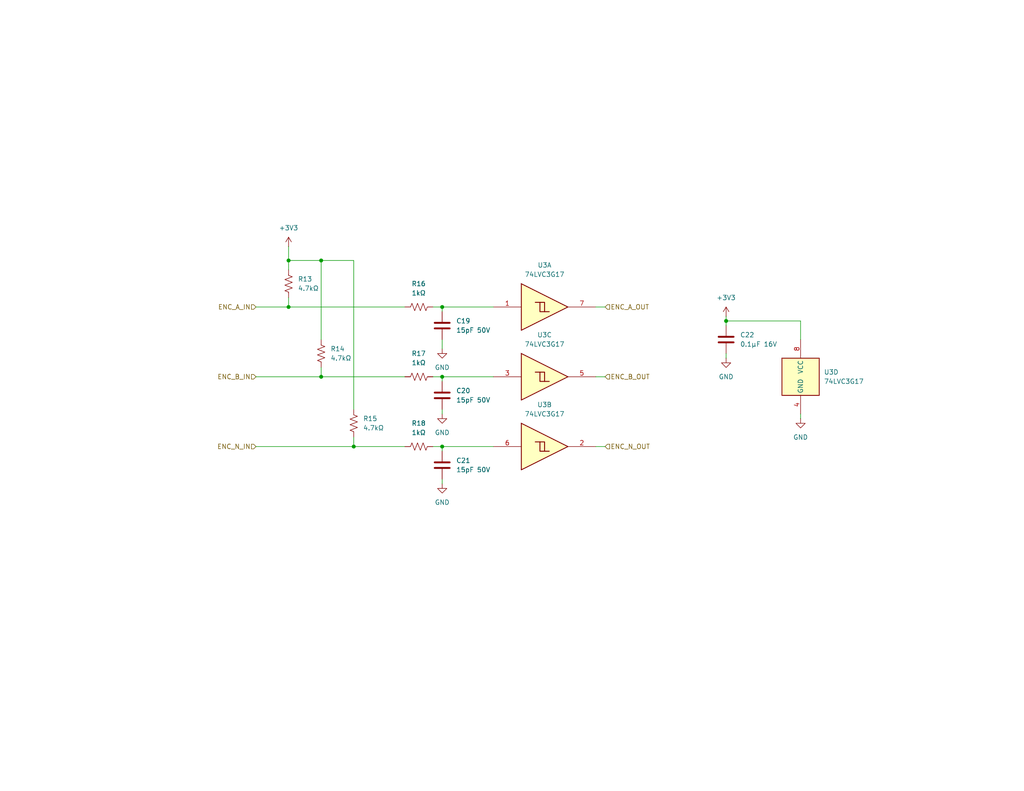
<source format=kicad_sch>
(kicad_sch (version 20231120) (generator "eeschema") (generator_version "8.0")
  (paper "USLetter")
  (title_block (title "Generic Pan Tilt Motor PCB: Encoder") (date "${KIBOT_GIT_DATE} ${KITBOT_RUN_DATE}") (rev "${KIBOT_GIT_DESCRIBE}") (company "Responsive Environments, MIT Media Lab") (comment 1 "Perry Naseck") (comment 2 "https://github.com/mitmedialab/generic-pan-tilt-pcb/") (comment 3 "Licensed under CERN-OHL-P v2 or later") (comment 4 "© MIT Media Lab 2024") (comment 5 "This source describes Open Hardware and is licensed under the CERN-OHL-P v2 or later. You may redistribute and modify this documentation and make products using it under the terms of the CERN-OHL-P v2 (https:/cern.ch/cern-ohl). This documentation is distributed WITHOUT ANY EXPRESS OR IMPLIED WARRANTY, INCLUDING OF MERCHANTABILITY, SATISFACTORY QUALITY AND FITNESS FOR A PARTICULAR PURPOSE. Please see the CERN-OHL-P v2 for applicable conditions"))
  (lib_symbols
    (symbol "74xGxx:74LVC3G17"
      (property "Reference" "U" (at -2.54 7.62 0))
      (property "Value" "74LVC3G17" (at 2.54 -7.62 0))
      (symbol "74LVC3G17_1_1"
        (polyline (pts (xy -2.54 1.27) (xy -1.27 1.27) (xy -1.27 -1.27)) (stroke (width 0.254)) (fill (type background)))
        (polyline (pts (xy -7.62 6.35) (xy -7.62 -6.35) (xy 5.08 0) (xy -7.62 6.35)) (stroke (width 0.254)) (fill (type background)))
        (polyline (pts (xy -3.81 1.27) (xy -2.54 1.27) (xy -2.54 -1.27) (xy 0 -1.27)) (stroke (width 0.254)) (fill (type background)))
        (pin input line (at -15.24 0 0) (length 7.62) (name "~") (number "1"))
        (pin output line (at 12.7 0 180) (length 7.62) (name "~") (number "7"))
      )
      (symbol "74LVC3G17_2_1"
        (polyline (pts (xy -2.54 1.27) (xy -1.27 1.27) (xy -1.27 -1.27)) (stroke (width 0.254)) (fill (type background)))
        (polyline (pts (xy -7.62 6.35) (xy -7.62 -6.35) (xy 5.08 0) (xy -7.62 6.35)) (stroke (width 0.254)) (fill (type background)))
        (polyline (pts (xy -3.81 1.27) (xy -2.54 1.27) (xy -2.54 -1.27) (xy 0 -1.27)) (stroke (width 0.254)) (fill (type background)))
        (pin output line (at 12.7 0 180) (length 7.62) (name "~") (number "2"))
        (pin input line (at -15.24 0 0) (length 7.62) (name "~") (number "6"))
      )
      (symbol "74LVC3G17_3_1"
        (polyline (pts (xy -2.54 1.27) (xy -1.27 1.27) (xy -1.27 -1.27)) (stroke (width 0.254)) (fill (type background)))
        (polyline (pts (xy -7.62 6.35) (xy -7.62 -6.35) (xy 5.08 0) (xy -7.62 6.35)) (stroke (width 0.254)) (fill (type background)))
        (polyline (pts (xy -3.81 1.27) (xy -2.54 1.27) (xy -2.54 -1.27) (xy 0 -1.27)) (stroke (width 0.254)) (fill (type background)))
        (pin input line (at -15.24 0 0) (length 7.62) (name "~") (number "3"))
        (pin output line (at 12.7 0 180) (length 7.62) (name "~") (number "5"))
      )
      (symbol "74LVC3G17_4_0"
        (rectangle (start -5.08 -5.08) (end 5.08 5.08) (stroke (width 0.254)) (fill (type background)))
      )
      (symbol "74LVC3G17_4_1"
        (pin power_in line (at 0 -10.16 90) (length 5.08) (name "GND") (number "4"))
        (pin power_in line (at 0 10.16 270) (length 5.08) (name "VCC") (number "8"))
      )
    )
    (symbol "Device:C" (pin_numbers hide) (pin_names (offset 0.254))
      (property "Reference" "C" (at 0.635 2.54 0))
      (property "Value" "C" (at 0.635 -2.54 0))
      (symbol "C_0_1"
        (polyline (pts (xy -2.032 -0.762) (xy 2.032 -0.762)) (stroke (width 0.508)))
        (polyline (pts (xy -2.032 0.762) (xy 2.032 0.762)) (stroke (width 0.508)))
      )
      (symbol "C_1_1"
        (pin passive line (at 0 3.81 270) (length 2.794) (name "~") (number "1"))
        (pin passive line (at 0 -3.81 90) (length 2.794) (name "~") (number "2"))
      )
    )
    (symbol "Device:R_US" (pin_numbers hide) (pin_names (offset 0))
      (property "Reference" "R" (at 2.54 0 90))
      (property "Value" "R_US" (at -2.54 0 90))
      (symbol "R_US_0_1"
        (polyline (pts (xy 0 -2.286) (xy 0 -2.54)))
        (polyline (pts (xy 0 2.286) (xy 0 2.54)))
        (polyline (pts (xy 0 -0.762) (xy 1.016 -1.143) (xy 0 -1.524) (xy -1.016 -1.905) (xy 0 -2.286)))
        (polyline (pts (xy 0 0.762) (xy 1.016 0.381) (xy 0 0) (xy -1.016 -0.381) (xy 0 -0.762)))
        (polyline (pts (xy 0 2.286) (xy 1.016 1.905) (xy 0 1.524) (xy -1.016 1.143) (xy 0 0.762)))
      )
      (symbol "R_US_1_1"
        (pin passive line (at 0 3.81 270) (length 1.27) (name "~") (number "1"))
        (pin passive line (at 0 -3.81 90) (length 1.27) (name "~") (number "2"))
      )
    )
    (symbol "power:+3V3" (power) (pin_numbers hide) (pin_names (offset 0) hide)
      (property "Value" "+3V3" (at 0 3.556 0))
      (symbol "+3V3_0_1"
        (polyline (pts (xy -0.762 1.27) (xy 0 2.54)))
        (polyline (pts (xy 0 0) (xy 0 2.54)))
        (polyline (pts (xy 0 2.54) (xy 0.762 1.27)))
      )
      (symbol "+3V3_1_1"
        (pin power_in line (at 0 0 90) (length 0) (name "~") (number "1"))
      )
    )
    (symbol "power:GND" (power) (pin_numbers hide) (pin_names (offset 0) hide)
      (property "Value" "GND" (at 0 -3.81 0))
      (symbol "GND_0_1"
        (polyline (pts (xy 0 0) (xy 0 -1.27) (xy 1.27 -1.27) (xy 0 -2.54) (xy -1.27 -1.27) (xy 0 -1.27)))
      )
      (symbol "GND_1_1"
        (pin power_in line (at 0 0 270) (length 0) (name "~") (number "1"))
      )
    )
  )
  (junction (at 96.52 121.92))
  (junction (at 87.63 102.87))
  (junction (at 120.65 102.87))
  (junction (at 198.12 87.63))
  (junction (at 120.65 121.92))
  (junction (at 120.65 83.82))
  (junction (at 78.74 71.12))
  (junction (at 87.63 71.12))
  (junction (at 78.74 83.82))
  (wire (pts (xy 120.65 130.81) (xy 120.65 132.08)))
  (wire (pts (xy 120.65 102.87) (xy 134.62 102.87)))
  (wire (pts (xy 87.63 71.12) (xy 87.63 92.71)))
  (wire (pts (xy 198.12 86.36) (xy 198.12 87.63)))
  (wire (pts (xy 162.56 121.92) (xy 165.1 121.92)))
  (wire (pts (xy 162.56 102.87) (xy 165.1 102.87)))
  (wire (pts (xy 118.11 121.92) (xy 120.65 121.92)))
  (wire (pts (xy 78.74 81.28) (xy 78.74 83.82)))
  (wire (pts (xy 78.74 71.12) (xy 78.74 73.66)))
  (wire (pts (xy 87.63 71.12) (xy 96.52 71.12)))
  (wire (pts (xy 96.52 121.92) (xy 69.85 121.92)))
  (wire (pts (xy 120.65 121.92) (xy 120.65 123.19)))
  (wire (pts (xy 120.65 121.92) (xy 134.62 121.92)))
  (wire (pts (xy 198.12 96.52) (xy 198.12 97.79)))
  (wire (pts (xy 120.65 102.87) (xy 120.65 104.14)))
  (wire (pts (xy 120.65 92.71) (xy 120.65 95.25)))
  (wire (pts (xy 120.65 111.76) (xy 120.65 113.03)))
  (wire (pts (xy 78.74 83.82) (xy 69.85 83.82)))
  (wire (pts (xy 118.11 102.87) (xy 120.65 102.87)))
  (wire (pts (xy 218.44 113.03) (xy 218.44 114.3)))
  (wire (pts (xy 87.63 102.87) (xy 69.85 102.87)))
  (wire (pts (xy 120.65 83.82) (xy 134.62 83.82)))
  (wire (pts (xy 78.74 83.82) (xy 110.49 83.82)))
  (wire (pts (xy 78.74 67.31) (xy 78.74 71.12)))
  (wire (pts (xy 218.44 87.63) (xy 218.44 92.71)))
  (wire (pts (xy 198.12 87.63) (xy 218.44 87.63)))
  (wire (pts (xy 162.56 83.82) (xy 165.1 83.82)))
  (wire (pts (xy 87.63 100.33) (xy 87.63 102.87)))
  (wire (pts (xy 120.65 83.82) (xy 120.65 85.09)))
  (wire (pts (xy 87.63 71.12) (xy 78.74 71.12)))
  (wire (pts (xy 96.52 121.92) (xy 110.49 121.92)))
  (wire (pts (xy 96.52 111.76) (xy 96.52 71.12)))
  (wire (pts (xy 198.12 87.63) (xy 198.12 88.9)))
  (wire (pts (xy 96.52 119.38) (xy 96.52 121.92)))
  (wire (pts (xy 118.11 83.82) (xy 120.65 83.82)))
  (wire (pts (xy 87.63 102.87) (xy 110.49 102.87)))
  (hierarchical_label "ENC_N_IN" (shape input) (at 69.85 121.92 180))
  (hierarchical_label "ENC_B_OUT" (shape input) (at 165.1 102.87 0))
  (hierarchical_label "ENC_A_IN" (shape input) (at 69.85 83.82 180))
  (hierarchical_label "ENC_A_OUT" (shape input) (at 165.1 83.82 0))
  (hierarchical_label "ENC_B_IN" (shape input) (at 69.85 102.87 180))
  (hierarchical_label "ENC_N_OUT" (shape input) (at 165.1 121.92 0))
  (symbol (lib_id "power:GND") (at 198.12 97.79 0) (unit 1)
    (property "Reference" "#PWR050" (effects (hide yes)))
    (property "Value" "GND" (at 198.12 102.87 0))
    (property "Description" "Power symbol creates a global label with name \"GND\" , ground" (effects (hide yes)))
  )
  (symbol (lib_id "74xGxx:74LVC3G17") (at 218.44 102.87 0) (unit 4)
    (property "Reference" "U3" (at 224.79 101.5999 0) (effects (justify left)))
    (property "Value" "74LVC3G17" (at 224.79 104.1399 0) (effects (justify left)))
    (property "Footprint" "Package_SO:VSSOP-8_2.3x2mm_P0.5mm" (effects (hide yes)))
    (property "Datasheet" "https://www.ti.com/lit/ds/symlink/sn74lvc3g17.pdf" (effects (hide yes)))
    (property "Description" "Triple Buffer Schmitt, Low-Voltage CMOS" (effects (hide yes)))
    (property "manf#" "SN74LVC3G17DCUR" (effects (hide yes)))
    (property "digikey#" "296-18818-1-ND" (effects (hide yes)))
    (property "mouser#" "595-SN74LVC3G17DCUR" (effects (hide yes)))
  )
  (symbol (lib_id "Device:R_US") (at 114.3 102.87 90) (unit 1)
    (property "Reference" "R17" (at 116.205 96.5199 90) (effects (justify left)))
    (property "Value" "1kΩ" (at 116.205 99.0599 90) (effects (justify left)))
    (property "Footprint" "Resistor_SMD:R_0402_1005Metric" (effects (hide yes)))
    (property "Description" "Resistor, US symbol" (effects (hide yes)))
  )
  (symbol (lib_id "power:+3V3") (at 78.74 67.31 0) (unit 1)
    (property "Reference" "#PWR045" (effects (hide yes)))
    (property "Value" "+3V3" (at 78.74 62.23 0))
    (property "Description" "Power symbol creates a global label with name \"+3V3\"" (effects (hide yes)))
  )
  (symbol (lib_id "Device:R_US") (at 114.3 83.82 90) (unit 1)
    (property "Reference" "R16" (at 116.205 77.4699 90) (effects (justify left)))
    (property "Value" "1kΩ" (at 116.205 80.0099 90) (effects (justify left)))
    (property "Footprint" "Resistor_SMD:R_0402_1005Metric" (effects (hide yes)))
    (property "Description" "Resistor, US symbol" (effects (hide yes)))
  )
  (symbol (lib_id "Device:C") (at 120.65 107.95 0) (unit 1)
    (property "Reference" "C20" (at 124.46 106.6799 0) (effects (justify left)))
    (property "Value" "15pF 50V" (at 124.46 109.2199 0) (effects (justify left)))
    (property "Footprint" "Capacitor_SMD:C_0603_1608Metric" (effects (hide yes)))
    (property "Description" "Unpolarized capacitor" (effects (hide yes)))
  )
  (symbol (lib_id "power:+3V3") (at 198.12 86.36 0) (unit 1)
    (property "Reference" "#PWR049" (effects (hide yes)))
    (property "Value" "+3V3" (at 198.12 81.28 0))
    (property "Description" "Power symbol creates a global label with name \"+3V3\"" (effects (hide yes)))
  )
  (symbol (lib_id "Device:R_US") (at 78.74 77.47 0) (unit 1)
    (property "Reference" "R13" (at 81.28 76.1999 0) (effects (justify left)))
    (property "Value" "4.7kΩ" (at 81.28 78.7399 0) (effects (justify left)))
    (property "Footprint" "Resistor_SMD:R_0402_1005Metric" (effects (hide yes)))
    (property "Description" "Resistor, US symbol" (effects (hide yes)))
  )
  (symbol (lib_id "power:GND") (at 218.44 114.3 0) (unit 1)
    (property "Reference" "#PWR051" (effects (hide yes)))
    (property "Value" "GND" (at 218.44 119.38 0))
    (property "Description" "Power symbol creates a global label with name \"GND\" , ground" (effects (hide yes)))
  )
  (symbol (lib_id "Device:R_US") (at 114.3 121.92 90) (unit 1)
    (property "Reference" "R18" (at 116.205 115.5699 90) (effects (justify left)))
    (property "Value" "1kΩ" (at 116.205 118.1099 90) (effects (justify left)))
    (property "Footprint" "Resistor_SMD:R_0402_1005Metric" (effects (hide yes)))
    (property "Description" "Resistor, US symbol" (effects (hide yes)))
  )
  (symbol (lib_id "Device:R_US") (at 87.63 96.52 0) (unit 1)
    (property "Reference" "R14" (at 90.17 95.2499 0) (effects (justify left)))
    (property "Value" "4.7kΩ" (at 90.17 97.7899 0) (effects (justify left)))
    (property "Footprint" "Resistor_SMD:R_0402_1005Metric" (effects (hide yes)))
    (property "Description" "Resistor, US symbol" (effects (hide yes)))
  )
  (symbol (lib_id "74xGxx:74LVC3G17") (at 149.86 83.82 0) (unit 1)
    (property "Reference" "U3" (at 148.59 72.39 0))
    (property "Value" "74LVC3G17" (at 148.59 74.93 0))
    (property "Footprint" "Package_SO:VSSOP-8_2.3x2mm_P0.5mm" (effects (hide yes)))
    (property "Datasheet" "https://www.ti.com/lit/ds/symlink/sn74lvc3g17.pdf" (effects (hide yes)))
    (property "Description" "Triple Buffer Schmitt, Low-Voltage CMOS" (effects (hide yes)))
    (property "manf#" "SN74LVC3G17DCUR" (effects (hide yes)))
    (property "digikey#" "296-18818-1-ND" (effects (hide yes)))
    (property "mouser#" "595-SN74LVC3G17DCUR" (effects (hide yes)))
  )
  (symbol (lib_id "power:GND") (at 120.65 132.08 0) (unit 1)
    (property "Reference" "#PWR048" (effects (hide yes)))
    (property "Value" "GND" (at 120.65 137.16 0))
    (property "Description" "Power symbol creates a global label with name \"GND\" , ground" (effects (hide yes)))
  )
  (symbol (lib_id "Device:C") (at 120.65 127 0) (unit 1)
    (property "Reference" "C21" (at 124.46 125.7299 0) (effects (justify left)))
    (property "Value" "15pF 50V" (at 124.46 128.2699 0) (effects (justify left)))
    (property "Footprint" "Capacitor_SMD:C_0603_1608Metric" (effects (hide yes)))
    (property "Description" "Unpolarized capacitor" (effects (hide yes)))
  )
  (symbol (lib_id "Device:C") (at 120.65 88.9 0) (unit 1)
    (property "Reference" "C19" (at 124.46 87.6299 0) (effects (justify left)))
    (property "Value" "15pF 50V" (at 124.46 90.1699 0) (effects (justify left)))
    (property "Footprint" "Capacitor_SMD:C_0603_1608Metric" (effects (hide yes)))
    (property "Description" "Unpolarized capacitor" (effects (hide yes)))
  )
  (symbol (lib_id "Device:R_US") (at 96.52 115.57 0) (unit 1)
    (property "Reference" "R15" (at 99.06 114.2999 0) (effects (justify left)))
    (property "Value" "4.7kΩ" (at 99.06 116.8399 0) (effects (justify left)))
    (property "Footprint" "Resistor_SMD:R_0402_1005Metric" (effects (hide yes)))
    (property "Description" "Resistor, US symbol" (effects (hide yes)))
  )
  (symbol (lib_id "74xGxx:74LVC3G17") (at 149.86 102.87 0) (unit 3)
    (property "Reference" "U3" (at 148.59 91.44 0))
    (property "Value" "74LVC3G17" (at 148.59 93.98 0))
    (property "Footprint" "Package_SO:VSSOP-8_2.3x2mm_P0.5mm" (effects (hide yes)))
    (property "Datasheet" "https://www.ti.com/lit/ds/symlink/sn74lvc3g17.pdf" (effects (hide yes)))
    (property "Description" "Triple Buffer Schmitt, Low-Voltage CMOS" (effects (hide yes)))
    (property "manf#" "SN74LVC3G17DCUR" (effects (hide yes)))
    (property "digikey#" "296-18818-1-ND" (effects (hide yes)))
    (property "mouser#" "595-SN74LVC3G17DCUR" (effects (hide yes)))
  )
  (symbol (lib_id "74xGxx:74LVC3G17") (at 149.86 121.92 0) (unit 2)
    (property "Reference" "U3" (at 148.59 110.49 0))
    (property "Value" "74LVC3G17" (at 148.59 113.03 0))
    (property "Footprint" "Package_SO:VSSOP-8_2.3x2mm_P0.5mm" (effects (hide yes)))
    (property "Datasheet" "https://www.ti.com/lit/ds/symlink/sn74lvc3g17.pdf" (effects (hide yes)))
    (property "Description" "Triple Buffer Schmitt, Low-Voltage CMOS" (effects (hide yes)))
    (property "manf#" "SN74LVC3G17DCUR" (effects (hide yes)))
    (property "digikey#" "296-18818-1-ND" (effects (hide yes)))
    (property "mouser#" "595-SN74LVC3G17DCUR" (effects (hide yes)))
  )
  (symbol (lib_id "power:GND") (at 120.65 95.25 0) (unit 1)
    (property "Reference" "#PWR046" (effects (hide yes)))
    (property "Value" "GND" (at 120.65 100.33 0))
    (property "Description" "Power symbol creates a global label with name \"GND\" , ground" (effects (hide yes)))
  )
  (symbol (lib_id "power:GND") (at 120.65 113.03 0) (unit 1)
    (property "Reference" "#PWR047" (effects (hide yes)))
    (property "Value" "GND" (at 120.65 118.11 0))
    (property "Description" "Power symbol creates a global label with name \"GND\" , ground" (effects (hide yes)))
  )
  (symbol (lib_id "Device:C") (at 198.12 92.71 0) (unit 1)
    (property "Reference" "C22" (at 201.93 91.4399 0) (effects (justify left)))
    (property "Value" "0.1µF 16V" (at 201.93 93.9799 0) (effects (justify left)))
    (property "Footprint" "Capacitor_SMD:C_0402_1005Metric" (effects (hide yes)))
    (property "Description" "Unpolarized capacitor" (effects (hide yes)))
  )
)
</source>
